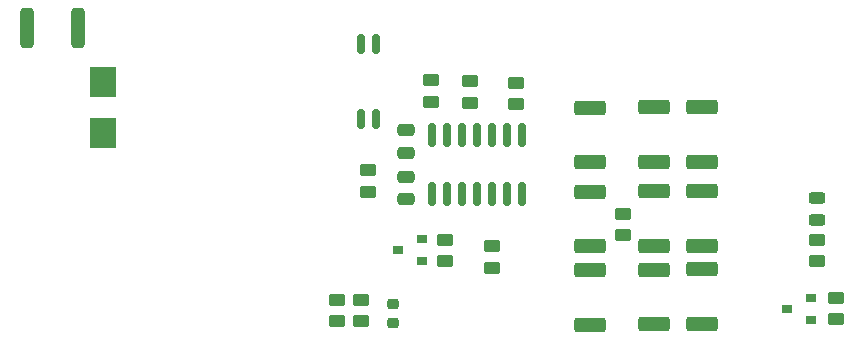
<source format=gbr>
%TF.GenerationSoftware,KiCad,Pcbnew,7.0.5-7.0.5~ubuntu20.04.1*%
%TF.CreationDate,2023-07-13T22:08:42+02:00*%
%TF.ProjectId,ModuleV450,4d6f6475-6c65-4563-9435-302e6b696361,rev?*%
%TF.SameCoordinates,Original*%
%TF.FileFunction,Paste,Top*%
%TF.FilePolarity,Positive*%
%FSLAX46Y46*%
G04 Gerber Fmt 4.6, Leading zero omitted, Abs format (unit mm)*
G04 Created by KiCad (PCBNEW 7.0.5-7.0.5~ubuntu20.04.1) date 2023-07-13 22:08:42*
%MOMM*%
%LPD*%
G01*
G04 APERTURE LIST*
G04 Aperture macros list*
%AMRoundRect*
0 Rectangle with rounded corners*
0 $1 Rounding radius*
0 $2 $3 $4 $5 $6 $7 $8 $9 X,Y pos of 4 corners*
0 Add a 4 corners polygon primitive as box body*
4,1,4,$2,$3,$4,$5,$6,$7,$8,$9,$2,$3,0*
0 Add four circle primitives for the rounded corners*
1,1,$1+$1,$2,$3*
1,1,$1+$1,$4,$5*
1,1,$1+$1,$6,$7*
1,1,$1+$1,$8,$9*
0 Add four rect primitives between the rounded corners*
20,1,$1+$1,$2,$3,$4,$5,0*
20,1,$1+$1,$4,$5,$6,$7,0*
20,1,$1+$1,$6,$7,$8,$9,0*
20,1,$1+$1,$8,$9,$2,$3,0*%
G04 Aperture macros list end*
%ADD10RoundRect,0.150000X0.150000X-0.662500X0.150000X0.662500X-0.150000X0.662500X-0.150000X-0.662500X0*%
%ADD11RoundRect,0.250000X0.450000X-0.262500X0.450000X0.262500X-0.450000X0.262500X-0.450000X-0.262500X0*%
%ADD12RoundRect,0.250000X-1.075000X0.362500X-1.075000X-0.362500X1.075000X-0.362500X1.075000X0.362500X0*%
%ADD13R,0.900000X0.800000*%
%ADD14RoundRect,0.218750X0.256250X-0.218750X0.256250X0.218750X-0.256250X0.218750X-0.256250X-0.218750X0*%
%ADD15RoundRect,0.243750X0.456250X-0.243750X0.456250X0.243750X-0.456250X0.243750X-0.456250X-0.243750X0*%
%ADD16RoundRect,0.250000X-0.450000X0.262500X-0.450000X-0.262500X0.450000X-0.262500X0.450000X0.262500X0*%
%ADD17RoundRect,0.250000X0.475000X-0.250000X0.475000X0.250000X-0.475000X0.250000X-0.475000X-0.250000X0*%
%ADD18RoundRect,0.250000X0.312500X1.450000X-0.312500X1.450000X-0.312500X-1.450000X0.312500X-1.450000X0*%
%ADD19R,2.300000X2.500000*%
%ADD20RoundRect,0.150000X0.150000X-0.825000X0.150000X0.825000X-0.150000X0.825000X-0.150000X-0.825000X0*%
G04 APERTURE END LIST*
D10*
%TO.C,U1*%
X23615000Y4562500D03*
X24885000Y4562500D03*
X24885000Y10937500D03*
X23615000Y10937500D03*
%TD*%
D11*
%TO.C,R16*%
X21625000Y-12562500D03*
X21625000Y-10737500D03*
%TD*%
D12*
%TO.C,R27*%
X52525000Y-8187500D03*
X52525000Y-12812500D03*
%TD*%
%TO.C,R26*%
X48425000Y-1570834D03*
X48425000Y-6195834D03*
%TD*%
%TO.C,R28*%
X48425000Y-8212500D03*
X48425000Y-12837500D03*
%TD*%
%TO.C,R24*%
X48425000Y5537500D03*
X48425000Y912500D03*
%TD*%
%TO.C,R25*%
X52525000Y-1545834D03*
X52525000Y-6170834D03*
%TD*%
%TO.C,R22*%
X52525000Y5562500D03*
X52525000Y937500D03*
%TD*%
D11*
%TO.C,R19*%
X45825000Y-5312500D03*
X45825000Y-3487500D03*
%TD*%
D13*
%TO.C,Q1*%
X61725000Y-12475000D03*
X61725000Y-10575000D03*
X59725000Y-11525000D03*
%TD*%
D14*
%TO.C,D4*%
X26325000Y-12712500D03*
X26325000Y-11137500D03*
%TD*%
D15*
%TO.C,D3*%
X62240000Y-4037500D03*
X62240000Y-2162500D03*
%TD*%
D11*
%TO.C,R21*%
X29525000Y5987500D03*
X29525000Y7812500D03*
%TD*%
%TO.C,R17*%
X62195000Y-7512500D03*
X62195000Y-5687500D03*
%TD*%
%TO.C,R18*%
X23650000Y-12562500D03*
X23650000Y-10737500D03*
%TD*%
D16*
%TO.C,R5*%
X24225000Y212500D03*
X24225000Y-1612500D03*
%TD*%
%TO.C,R20*%
X34725000Y-6199500D03*
X34725000Y-8024500D03*
%TD*%
D13*
%TO.C,D1*%
X28785000Y-7510000D03*
X28785000Y-5610000D03*
X26785000Y-6560000D03*
%TD*%
D17*
%TO.C,C1*%
X27415000Y1690000D03*
X27415000Y3590000D03*
%TD*%
D16*
%TO.C,R14*%
X36725000Y7612500D03*
X36725000Y5787500D03*
%TD*%
D11*
%TO.C,R2*%
X30735000Y-5687500D03*
X30735000Y-7512500D03*
%TD*%
D18*
%TO.C,F1*%
X-362500Y12250000D03*
X-4637500Y12250000D03*
%TD*%
D11*
%TO.C,R15*%
X63825000Y-12412500D03*
X63825000Y-10587500D03*
%TD*%
D17*
%TO.C,C2*%
X27405000Y-2230000D03*
X27405000Y-330000D03*
%TD*%
D19*
%TO.C,D2*%
X1750000Y7650000D03*
X1750000Y3350000D03*
%TD*%
D12*
%TO.C,R10*%
X42975000Y-8237500D03*
X42975000Y-12862500D03*
%TD*%
%TO.C,R6*%
X42975000Y5512500D03*
X42975000Y887500D03*
%TD*%
D11*
%TO.C,R1*%
X32865000Y5907500D03*
X32865000Y7732500D03*
%TD*%
D20*
%TO.C,U2*%
X29625000Y-1795000D03*
X30895000Y-1795000D03*
X32165000Y-1795000D03*
X33435000Y-1795000D03*
X34705000Y-1795000D03*
X35975000Y-1795000D03*
X37245000Y-1795000D03*
X37245000Y3155000D03*
X35975000Y3155000D03*
X34705000Y3155000D03*
X33435000Y3155000D03*
X32165000Y3155000D03*
X30895000Y3155000D03*
X29625000Y3155000D03*
%TD*%
D12*
%TO.C,R8*%
X42975000Y-1595834D03*
X42975000Y-6220834D03*
%TD*%
M02*

</source>
